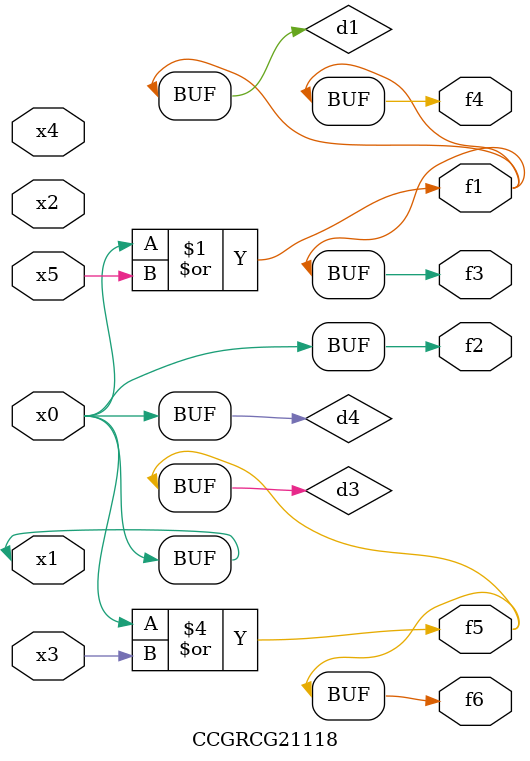
<source format=v>
module CCGRCG21118(
	input x0, x1, x2, x3, x4, x5,
	output f1, f2, f3, f4, f5, f6
);

	wire d1, d2, d3, d4;

	or (d1, x0, x5);
	xnor (d2, x1, x4);
	or (d3, x0, x3);
	buf (d4, x0, x1);
	assign f1 = d1;
	assign f2 = d4;
	assign f3 = d1;
	assign f4 = d1;
	assign f5 = d3;
	assign f6 = d3;
endmodule

</source>
